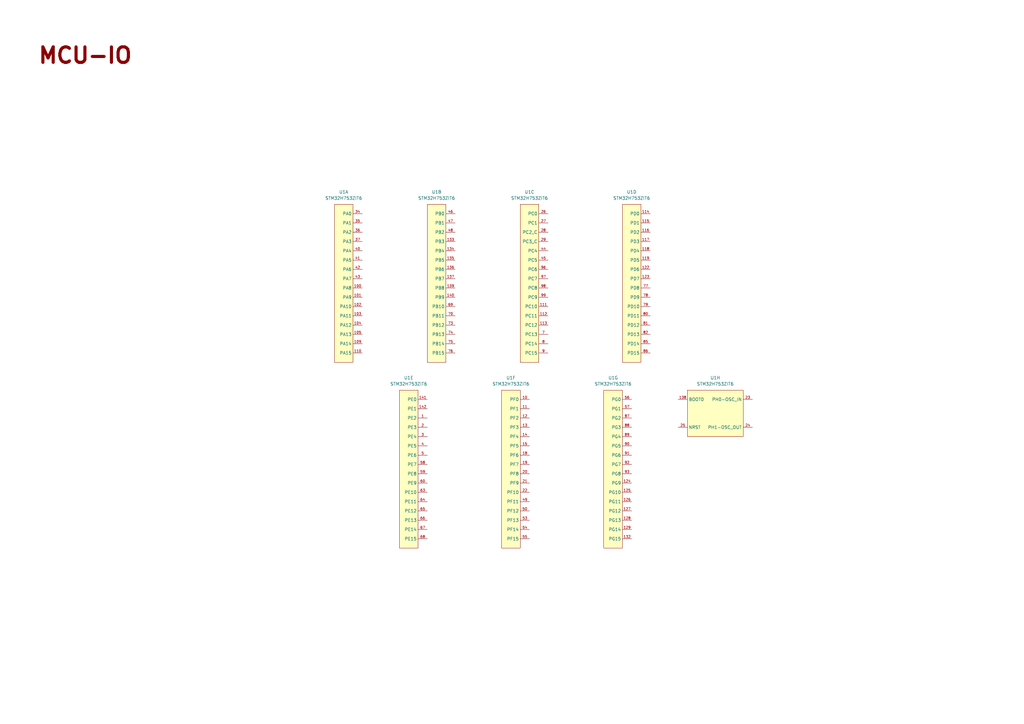
<source format=kicad_sch>
(kicad_sch (version 20250114) (generator "eeschema") (generator_version "9.0")
  (paper "A3")
  (lib_symbols
    (symbol "-MCU:STM32H753ZIT6"
      (property "Reference" "U" (at 0 -3.81 0))
      (property "Value" "STM32H753ZIT6" (at 0 -7.62 0))
      (symbol "STM32H753ZIT6_1_1"
        (rectangle (start 7.62 64.77) (end 0 0) (fill (type background)))
        (pin passive line (at 11.43 60.96 180) (length 3.81) (name "PA0") (number "34"))
        (pin passive line (at 11.43 57.15 180) (length 3.81) (name "PA1") (number "35"))
        (pin passive line (at 11.43 53.34 180) (length 3.81) (name "PA2") (number "36"))
        (pin passive line (at 11.43 49.53 180) (length 3.81) (name "PA3") (number "37"))
        (pin passive line (at 11.43 45.72 180) (length 3.81) (name "PA4") (number "40"))
        (pin passive line (at 11.43 41.91 180) (length 3.81) (name "PA5") (number "41"))
        (pin passive line (at 11.43 38.1 180) (length 3.81) (name "PA6") (number "42"))
        (pin passive line (at 11.43 34.29 180) (length 3.81) (name "PA7") (number "43"))
        (pin passive line (at 11.43 30.48 180) (length 3.81) (name "PA8") (number "100"))
        (pin passive line (at 11.43 26.67 180) (length 3.81) (name "PA9") (number "101"))
        (pin passive line (at 11.43 22.86 180) (length 3.81) (name "PA10") (number "102"))
        (pin passive line (at 11.43 19.05 180) (length 3.81) (name "PA11") (number "103"))
        (pin passive line (at 11.43 15.24 180) (length 3.81) (name "PA12") (number "104"))
        (pin passive line (at 11.43 11.43 180) (length 3.81) (name "PA13") (number "105"))
        (pin passive line (at 11.43 7.62 180) (length 3.81) (name "PA14") (number "109"))
        (pin passive line (at 11.43 3.81 180) (length 3.81) (name "PA15") (number "110"))
      )
      (symbol "STM32H753ZIT6_2_1"
        (rectangle (start 7.62 64.77) (end 0 0) (fill (type background)))
        (pin passive line (at 11.43 60.96 180) (length 3.81) (name "PB0") (number "46"))
        (pin passive line (at 11.43 57.15 180) (length 3.81) (name "PB1") (number "47"))
        (pin passive line (at 11.43 53.34 180) (length 3.81) (name "PB2") (number "48"))
        (pin passive line (at 11.43 49.53 180) (length 3.81) (name "PB3") (number "133"))
        (pin passive line (at 11.43 45.72 180) (length 3.81) (name "PB4") (number "134"))
        (pin passive line (at 11.43 41.91 180) (length 3.81) (name "PB5") (number "135"))
        (pin passive line (at 11.43 38.1 180) (length 3.81) (name "PB6") (number "136"))
        (pin passive line (at 11.43 34.29 180) (length 3.81) (name "PB7") (number "137"))
        (pin passive line (at 11.43 30.48 180) (length 3.81) (name "PB8") (number "139"))
        (pin passive line (at 11.43 26.67 180) (length 3.81) (name "PB9") (number "140"))
        (pin passive line (at 11.43 22.86 180) (length 3.81) (name "PB10") (number "69"))
        (pin passive line (at 11.43 19.05 180) (length 3.81) (name "PB11") (number "70"))
        (pin passive line (at 11.43 15.24 180) (length 3.81) (name "PB12") (number "73"))
        (pin passive line (at 11.43 11.43 180) (length 3.81) (name "PB13") (number "74"))
        (pin passive line (at 11.43 7.62 180) (length 3.81) (name "PB14") (number "75"))
        (pin passive line (at 11.43 3.81 180) (length 3.81) (name "PB15") (number "76"))
      )
      (symbol "STM32H753ZIT6_3_1"
        (rectangle (start 7.62 64.77) (end 0 0) (fill (type background)))
        (pin passive line (at 11.43 60.96 180) (length 3.81) (name "PC0") (number "26"))
        (pin passive line (at 11.43 57.15 180) (length 3.81) (name "PC1") (number "27"))
        (pin passive line (at 11.43 53.34 180) (length 3.81) (name "PC2_C") (number "28"))
        (pin passive line (at 11.43 49.53 180) (length 3.81) (name "PC3_C") (number "29"))
        (pin passive line (at 11.43 45.72 180) (length 3.81) (name "PC4") (number "44"))
        (pin passive line (at 11.43 41.91 180) (length 3.81) (name "PC5") (number "45"))
        (pin passive line (at 11.43 38.1 180) (length 3.81) (name "PC6") (number "96"))
        (pin passive line (at 11.43 34.29 180) (length 3.81) (name "PC7") (number "97"))
        (pin passive line (at 11.43 30.48 180) (length 3.81) (name "PC8") (number "98"))
        (pin passive line (at 11.43 26.67 180) (length 3.81) (name "PC9") (number "99"))
        (pin passive line (at 11.43 22.86 180) (length 3.81) (name "PC10") (number "111"))
        (pin passive line (at 11.43 19.05 180) (length 3.81) (name "PC11") (number "112"))
        (pin passive line (at 11.43 15.24 180) (length 3.81) (name "PC12") (number "113"))
        (pin passive line (at 11.43 11.43 180) (length 3.81) (name "PC13") (number "7"))
        (pin passive line (at 11.43 7.62 180) (length 3.81) (name "PC14") (number "8"))
        (pin passive line (at 11.43 3.81 180) (length 3.81) (name "PC15") (number "9"))
      )
      (symbol "STM32H753ZIT6_4_1"
        (rectangle (start 7.62 64.77) (end 0 0) (fill (type background)))
        (pin passive line (at 11.43 60.96 180) (length 3.81) (name "PD0") (number "114"))
        (pin passive line (at 11.43 57.15 180) (length 3.81) (name "PD1") (number "115"))
        (pin passive line (at 11.43 53.34 180) (length 3.81) (name "PD2") (number "116"))
        (pin passive line (at 11.43 49.53 180) (length 3.81) (name "PD3") (number "117"))
        (pin passive line (at 11.43 45.72 180) (length 3.81) (name "PD4") (number "118"))
        (pin passive line (at 11.43 41.91 180) (length 3.81) (name "PD5") (number "119"))
        (pin passive line (at 11.43 38.1 180) (length 3.81) (name "PD6") (number "122"))
        (pin passive line (at 11.43 34.29 180) (length 3.81) (name "PD7") (number "123"))
        (pin passive line (at 11.43 30.48 180) (length 3.81) (name "PD8") (number "77"))
        (pin passive line (at 11.43 26.67 180) (length 3.81) (name "PD9") (number "78"))
        (pin passive line (at 11.43 22.86 180) (length 3.81) (name "PD10") (number "79"))
        (pin passive line (at 11.43 19.05 180) (length 3.81) (name "PD11") (number "80"))
        (pin passive line (at 11.43 15.24 180) (length 3.81) (name "PD12") (number "81"))
        (pin passive line (at 11.43 11.43 180) (length 3.81) (name "PD13") (number "82"))
        (pin passive line (at 11.43 7.62 180) (length 3.81) (name "PD14") (number "85"))
        (pin passive line (at 11.43 3.81 180) (length 3.81) (name "PD15") (number "86"))
      )
      (symbol "STM32H753ZIT6_5_1"
        (rectangle (start 7.62 64.77) (end 0 0) (fill (type background)))
        (pin passive line (at 11.43 60.96 180) (length 3.81) (name "PE0") (number "141"))
        (pin passive line (at 11.43 57.15 180) (length 3.81) (name "PE1") (number "142"))
        (pin passive line (at 11.43 53.34 180) (length 3.81) (name "PE2") (number "1"))
        (pin passive line (at 11.43 49.53 180) (length 3.81) (name "PE3") (number "2"))
        (pin passive line (at 11.43 45.72 180) (length 3.81) (name "PE4") (number "3"))
        (pin passive line (at 11.43 41.91 180) (length 3.81) (name "PE5") (number "4"))
        (pin passive line (at 11.43 38.1 180) (length 3.81) (name "PE6") (number "5"))
        (pin passive line (at 11.43 34.29 180) (length 3.81) (name "PE7") (number "58"))
        (pin passive line (at 11.43 30.48 180) (length 3.81) (name "PE8") (number "59"))
        (pin passive line (at 11.43 26.67 180) (length 3.81) (name "PE9") (number "60"))
        (pin passive line (at 11.43 22.86 180) (length 3.81) (name "PE10") (number "63"))
        (pin passive line (at 11.43 19.05 180) (length 3.81) (name "PE11") (number "64"))
        (pin passive line (at 11.43 15.24 180) (length 3.81) (name "PE12") (number "65"))
        (pin passive line (at 11.43 11.43 180) (length 3.81) (name "PE13") (number "66"))
        (pin passive line (at 11.43 7.62 180) (length 3.81) (name "PE14") (number "67"))
        (pin passive line (at 11.43 3.81 180) (length 3.81) (name "PE15") (number "68"))
      )
      (symbol "STM32H753ZIT6_6_1"
        (rectangle (start 7.62 64.77) (end 0 0) (fill (type background)))
        (pin passive line (at 11.43 60.96 180) (length 3.81) (name "PF0") (number "10"))
        (pin passive line (at 11.43 57.15 180) (length 3.81) (name "PF1") (number "11"))
        (pin passive line (at 11.43 53.34 180) (length 3.81) (name "PF2") (number "12"))
        (pin passive line (at 11.43 49.53 180) (length 3.81) (name "PF3") (number "13"))
        (pin passive line (at 11.43 45.72 180) (length 3.81) (name "PF4") (number "14"))
        (pin passive line (at 11.43 41.91 180) (length 3.81) (name "PF5") (number "15"))
        (pin passive line (at 11.43 38.1 180) (length 3.81) (name "PF6") (number "18"))
        (pin passive line (at 11.43 34.29 180) (length 3.81) (name "PF7") (number "19"))
        (pin passive line (at 11.43 30.48 180) (length 3.81) (name "PF8") (number "20"))
        (pin passive line (at 11.43 26.67 180) (length 3.81) (name "PF9") (number "21"))
        (pin passive line (at 11.43 22.86 180) (length 3.81) (name "PF10") (number "22"))
        (pin passive line (at 11.43 19.05 180) (length 3.81) (name "PF11") (number "49"))
        (pin passive line (at 11.43 15.24 180) (length 3.81) (name "PF12") (number "50"))
        (pin passive line (at 11.43 11.43 180) (length 3.81) (name "PF13") (number "53"))
        (pin passive line (at 11.43 7.62 180) (length 3.81) (name "PF14") (number "54"))
        (pin passive line (at 11.43 3.81 180) (length 3.81) (name "PF15") (number "55"))
      )
      (symbol "STM32H753ZIT6_7_1"
        (rectangle (start 7.62 64.77) (end 0 0) (fill (type background)))
        (pin passive line (at 11.43 60.96 180) (length 3.81) (name "PG0") (number "56"))
        (pin passive line (at 11.43 57.15 180) (length 3.81) (name "PG1") (number "57"))
        (pin passive line (at 11.43 53.34 180) (length 3.81) (name "PG2") (number "87"))
        (pin passive line (at 11.43 49.53 180) (length 3.81) (name "PG3") (number "88"))
        (pin passive line (at 11.43 45.72 180) (length 3.81) (name "PG4") (number "89"))
        (pin passive line (at 11.43 41.91 180) (length 3.81) (name "PG5") (number "90"))
        (pin passive line (at 11.43 38.1 180) (length 3.81) (name "PG6") (number "91"))
        (pin passive line (at 11.43 34.29 180) (length 3.81) (name "PG7") (number "92"))
        (pin passive line (at 11.43 30.48 180) (length 3.81) (name "PG8") (number "93"))
        (pin passive line (at 11.43 26.67 180) (length 3.81) (name "PG9") (number "124"))
        (pin passive line (at 11.43 22.86 180) (length 3.81) (name "PG10") (number "125"))
        (pin passive line (at 11.43 19.05 180) (length 3.81) (name "PG11") (number "126"))
        (pin passive line (at 11.43 15.24 180) (length 3.81) (name "PG12") (number "127"))
        (pin passive line (at 11.43 11.43 180) (length 3.81) (name "PG13") (number "128"))
        (pin passive line (at 11.43 7.62 180) (length 3.81) (name "PG14") (number "129"))
        (pin passive line (at 11.43 3.81 180) (length 3.81) (name "PG15") (number "132"))
      )
      (symbol "STM32H753ZIT6_8_1"
        (rectangle (start 0 19.05) (end 22.86 0) (fill (type background)))
        (pin passive line (at -3.81 15.24 0) (length 3.81) (name "BOOT0") (number "138"))
        (pin passive line (at -3.81 3.81 0) (length 3.81) (name "NRST") (number "25"))
        (pin passive line (at 26.67 15.24 180) (length 3.81) (name "PH0-OSC_IN") (number "23"))
        (pin passive line (at 26.67 3.81 180) (length 3.81) (name "PH1-OSC_OUT") (number "24"))
      )
      (symbol "STM32H753ZIT6_9_1"
        (rectangle (start 0 99.06) (end 22.86 0) (fill (type background)))
        (pin passive line (at -3.81 95.25 0) (length 3.81) (name "VDD") (number "17"))
        (pin passive line (at -3.81 91.44 0) (length 3.81) (name "VDD") (number "30"))
        (pin passive line (at -3.81 87.63 0) (length 3.81) (name "VDD") (number "39"))
        (pin passive line (at -3.81 83.82 0) (length 3.81) (name "VDD") (number "52"))
        (pin passive line (at -3.81 80.01 0) (length 3.81) (name "VDD") (number "62"))
        (pin passive line (at -3.81 76.2 0) (length 3.81) (name "VDD") (number "72"))
        (pin passive line (at -3.81 72.39 0) (length 3.81) (name "VDD") (number "84"))
        (pin passive line (at -3.81 68.58 0) (length 3.81) (name "VDD") (number "108"))
        (pin passive line (at -3.81 64.77 0) (length 3.81) (name "VDD") (number "121"))
        (pin passive line (at -3.81 60.96 0) (length 3.81) (name "VDD") (number "131"))
        (pin passive line (at -3.81 57.15 0) (length 3.81) (name "VDD") (number "144"))
        (pin passive line (at -3.81 53.34 0) (length 3.81) (name "VDD33USB") (number "95"))
        (pin passive line (at -3.81 49.53 0) (length 3.81) (name "PDR_ON") (number "143"))
        (pin passive line (at -3.81 41.91 0) (length 3.81) (name "VCAP") (number "71"))
        (pin passive line (at -3.81 38.1 0) (length 3.81) (name "VCAP") (number "106"))
        (pin passive line (at -3.81 34.29 0) (length 3.81) (name "VSS") (number "16"))
        (pin passive line (at -3.81 30.48 0) (length 3.81) (name "VSS") (number "38"))
        (pin passive line (at -3.81 26.67 0) (length 3.81) (name "VSS") (number "51"))
        (pin passive line (at -3.81 22.86 0) (length 3.81) (name "VSS") (number "61"))
        (pin passive line (at -3.81 19.05 0) (length 3.81) (name "VSS") (number "83"))
        (pin passive line (at -3.81 15.24 0) (length 3.81) (name "VSS") (number "94"))
        (pin passive line (at -3.81 11.43 0) (length 3.81) (name "VSS") (number "107"))
        (pin passive line (at -3.81 7.62 0) (length 3.81) (name "VSS") (number "120"))
        (pin passive line (at -3.81 3.81 0) (length 3.81) (name "VSS") (number "130"))
        (pin passive line (at 26.67 95.25 180) (length 3.81) (name "VBAT") (number "6"))
        (pin passive line (at 26.67 53.34 180) (length 3.81) (name "VDDA") (number "33"))
        (pin passive line (at 26.67 49.53 180) (length 3.81) (name "VREF+") (number "32"))
        (pin passive line (at 26.67 3.81 180) (length 3.81) (name "VSSA") (number "31"))
      )
    )
  )
  (text "MCU-IO" (at 15.24 26.67 0) (effects (font (size 6.35 6.35) (thickness 1.27) (bold yes)) (justify left bottom)))
  (symbol (lib_id "-MCU:STM32H753ZIT6") (at 213.36 148.59 0) (unit 3)
    (property "Reference" "U1" (at 217.17 78.74 0))
    (property "Value" "STM32H753ZIT6" (at 217.17 81.28 0))
    (property "Footprint" "Package_QFP:LQFP-144_20x20mm_P0.5mm" (effects (hide yes)))
    (property "Datasheet" "https://www.st.com/content/ccc/resource/technical/document/datasheet/group3/01/21/00/39/12/c9/4c/f1/DM00388325/files/DM00388325.pdf/jcr:content/translations/en.DM00388325.pdf" (effects (hide yes)))
    (property "Description" "ARM Cortex-M7 STM32H7 Microcontroller IC 32-Bit Single-Core 480MHz 2MB (2M x 8) FLASH 144-LQFP (20x20)" (effects (hide yes)))
    (property "Link" "https://www.digikey.com/en/products/detail/stmicroelectronics/STM32H753ZIT6/8257856" (effects (hide yes)))
    (property "Manufacturer" "STMicroelectronics" (effects (hide yes)))
    (property "Manufacturer P/N" "STM32H753ZIT6" (effects (hide yes)))
    (property "Digikey P/N" "497-18568-ND" (effects (hide yes)))
    (property "Mouser P/N" "511-STM32H753ZIT6" (effects (hide yes)))
    (property "LCSC P/N" "C730207" (effects (hide yes)))
  )
  (symbol (lib_id "-MCU:STM32H753ZIT6") (at 247.65 224.79 0) (unit 7)
    (property "Reference" "U1" (at 251.46 154.94 0))
    (property "Value" "STM32H753ZIT6" (at 251.46 157.48 0))
    (property "Footprint" "Package_QFP:LQFP-144_20x20mm_P0.5mm" (effects (hide yes)))
    (property "Datasheet" "https://www.st.com/content/ccc/resource/technical/document/datasheet/group3/01/21/00/39/12/c9/4c/f1/DM00388325/files/DM00388325.pdf/jcr:content/translations/en.DM00388325.pdf" (effects (hide yes)))
    (property "Description" "ARM Cortex-M7 STM32H7 Microcontroller IC 32-Bit Single-Core 480MHz 2MB (2M x 8) FLASH 144-LQFP (20x20)" (effects (hide yes)))
    (property "Link" "https://www.digikey.com/en/products/detail/stmicroelectronics/STM32H753ZIT6/8257856" (effects (hide yes)))
    (property "Manufacturer" "STMicroelectronics" (effects (hide yes)))
    (property "Manufacturer P/N" "STM32H753ZIT6" (effects (hide yes)))
    (property "Digikey P/N" "497-18568-ND" (effects (hide yes)))
    (property "Mouser P/N" "511-STM32H753ZIT6" (effects (hide yes)))
    (property "LCSC P/N" "C730207" (effects (hide yes)))
  )
  (symbol (lib_id "-MCU:STM32H753ZIT6") (at 281.94 179.07 0) (unit 8)
    (property "Reference" "U1" (at 293.37 154.94 0))
    (property "Value" "STM32H753ZIT6" (at 293.37 157.48 0))
    (property "Footprint" "Package_QFP:LQFP-144_20x20mm_P0.5mm" (effects (hide yes)))
    (property "Datasheet" "https://www.st.com/content/ccc/resource/technical/document/datasheet/group3/01/21/00/39/12/c9/4c/f1/DM00388325/files/DM00388325.pdf/jcr:content/translations/en.DM00388325.pdf" (effects (hide yes)))
    (property "Description" "ARM Cortex-M7 STM32H7 Microcontroller IC 32-Bit Single-Core 480MHz 2MB (2M x 8) FLASH 144-LQFP (20x20)" (effects (hide yes)))
    (property "Link" "https://www.digikey.com/en/products/detail/stmicroelectronics/STM32H753ZIT6/8257856" (effects (hide yes)))
    (property "Manufacturer" "STMicroelectronics" (effects (hide yes)))
    (property "Manufacturer P/N" "STM32H753ZIT6" (effects (hide yes)))
    (property "Digikey P/N" "497-18568-ND" (effects (hide yes)))
    (property "Mouser P/N" "511-STM32H753ZIT6" (effects (hide yes)))
    (property "LCSC P/N" "C730207" (effects (hide yes)))
  )
  (symbol (lib_id "-MCU:STM32H753ZIT6") (at 163.83 224.79 0) (unit 5)
    (property "Reference" "U1" (at 167.64 154.94 0))
    (property "Value" "STM32H753ZIT6" (at 167.64 157.48 0))
    (property "Footprint" "Package_QFP:LQFP-144_20x20mm_P0.5mm" (effects (hide yes)))
    (property "Datasheet" "https://www.st.com/content/ccc/resource/technical/document/datasheet/group3/01/21/00/39/12/c9/4c/f1/DM00388325/files/DM00388325.pdf/jcr:content/translations/en.DM00388325.pdf" (effects (hide yes)))
    (property "Description" "ARM Cortex-M7 STM32H7 Microcontroller IC 32-Bit Single-Core 480MHz 2MB (2M x 8) FLASH 144-LQFP (20x20)" (effects (hide yes)))
    (property "Link" "https://www.digikey.com/en/products/detail/stmicroelectronics/STM32H753ZIT6/8257856" (effects (hide yes)))
    (property "Manufacturer" "STMicroelectronics" (effects (hide yes)))
    (property "Manufacturer P/N" "STM32H753ZIT6" (effects (hide yes)))
    (property "Digikey P/N" "497-18568-ND" (effects (hide yes)))
    (property "Mouser P/N" "511-STM32H753ZIT6" (effects (hide yes)))
    (property "LCSC P/N" "C730207" (effects (hide yes)))
  )
  (symbol (lib_id "-MCU:STM32H753ZIT6") (at 255.27 148.59 0) (unit 4)
    (property "Reference" "U1" (at 259.08 78.74 0))
    (property "Value" "STM32H753ZIT6" (at 259.08 81.28 0))
    (property "Footprint" "Package_QFP:LQFP-144_20x20mm_P0.5mm" (effects (hide yes)))
    (property "Datasheet" "https://www.st.com/content/ccc/resource/technical/document/datasheet/group3/01/21/00/39/12/c9/4c/f1/DM00388325/files/DM00388325.pdf/jcr:content/translations/en.DM00388325.pdf" (effects (hide yes)))
    (property "Description" "ARM Cortex-M7 STM32H7 Microcontroller IC 32-Bit Single-Core 480MHz 2MB (2M x 8) FLASH 144-LQFP (20x20)" (effects (hide yes)))
    (property "Link" "https://www.digikey.com/en/products/detail/stmicroelectronics/STM32H753ZIT6/8257856" (effects (hide yes)))
    (property "Manufacturer" "STMicroelectronics" (effects (hide yes)))
    (property "Manufacturer P/N" "STM32H753ZIT6" (effects (hide yes)))
    (property "Digikey P/N" "497-18568-ND" (effects (hide yes)))
    (property "Mouser P/N" "511-STM32H753ZIT6" (effects (hide yes)))
    (property "LCSC P/N" "C730207" (effects (hide yes)))
  )
  (symbol (lib_id "-MCU:STM32H753ZIT6") (at 137.16 148.59 0) (unit 1)
    (property "Reference" "U1" (at 140.97 78.74 0))
    (property "Value" "STM32H753ZIT6" (at 140.97 81.28 0))
    (property "Footprint" "Package_QFP:LQFP-144_20x20mm_P0.5mm" (effects (hide yes)))
    (property "Datasheet" "https://www.st.com/content/ccc/resource/technical/document/datasheet/group3/01/21/00/39/12/c9/4c/f1/DM00388325/files/DM00388325.pdf/jcr:content/translations/en.DM00388325.pdf" (effects (hide yes)))
    (property "Description" "ARM Cortex-M7 STM32H7 Microcontroller IC 32-Bit Single-Core 480MHz 2MB (2M x 8) FLASH 144-LQFP (20x20)" (effects (hide yes)))
    (property "Link" "https://www.digikey.com/en/products/detail/stmicroelectronics/STM32H753ZIT6/8257856" (effects (hide yes)))
    (property "Manufacturer" "STMicroelectronics" (effects (hide yes)))
    (property "Manufacturer P/N" "STM32H753ZIT6" (effects (hide yes)))
    (property "Digikey P/N" "497-18568-ND" (effects (hide yes)))
    (property "Mouser P/N" "511-STM32H753ZIT6" (effects (hide yes)))
    (property "LCSC P/N" "C730207" (effects (hide yes)))
  )
  (symbol (lib_id "-MCU:STM32H753ZIT6") (at 205.74 224.79 0) (unit 6)
    (property "Reference" "U1" (at 209.55 154.94 0))
    (property "Value" "STM32H753ZIT6" (at 209.55 157.48 0))
    (property "Footprint" "Package_QFP:LQFP-144_20x20mm_P0.5mm" (effects (hide yes)))
    (property "Datasheet" "https://www.st.com/content/ccc/resource/technical/document/datasheet/group3/01/21/00/39/12/c9/4c/f1/DM00388325/files/DM00388325.pdf/jcr:content/translations/en.DM00388325.pdf" (effects (hide yes)))
    (property "Description" "ARM Cortex-M7 STM32H7 Microcontroller IC 32-Bit Single-Core 480MHz 2MB (2M x 8) FLASH 144-LQFP (20x20)" (effects (hide yes)))
    (property "Link" "https://www.digikey.com/en/products/detail/stmicroelectronics/STM32H753ZIT6/8257856" (effects (hide yes)))
    (property "Manufacturer" "STMicroelectronics" (effects (hide yes)))
    (property "Manufacturer P/N" "STM32H753ZIT6" (effects (hide yes)))
    (property "Digikey P/N" "497-18568-ND" (effects (hide yes)))
    (property "Mouser P/N" "511-STM32H753ZIT6" (effects (hide yes)))
    (property "LCSC P/N" "C730207" (effects (hide yes)))
  )
  (symbol (lib_id "-MCU:STM32H753ZIT6") (at 175.26 148.59 0) (unit 2)
    (property "Reference" "U1" (at 179.07 78.74 0))
    (property "Value" "STM32H753ZIT6" (at 179.07 81.28 0))
    (property "Footprint" "Package_QFP:LQFP-144_20x20mm_P0.5mm" (effects (hide yes)))
    (property "Datasheet" "https://www.st.com/content/ccc/resource/technical/document/datasheet/group3/01/21/00/39/12/c9/4c/f1/DM00388325/files/DM00388325.pdf/jcr:content/translations/en.DM00388325.pdf" (effects (hide yes)))
    (property "Description" "ARM Cortex-M7 STM32H7 Microcontroller IC 32-Bit Single-Core 480MHz 2MB (2M x 8) FLASH 144-LQFP (20x20)" (effects (hide yes)))
    (property "Link" "https://www.digikey.com/en/products/detail/stmicroelectronics/STM32H753ZIT6/8257856" (effects (hide yes)))
    (property "Manufacturer" "STMicroelectronics" (effects (hide yes)))
    (property "Manufacturer P/N" "STM32H753ZIT6" (effects (hide yes)))
    (property "Digikey P/N" "497-18568-ND" (effects (hide yes)))
    (property "Mouser P/N" "511-STM32H753ZIT6" (effects (hide yes)))
    (property "LCSC P/N" "C730207" (effects (hide yes)))
  )
)
</source>
